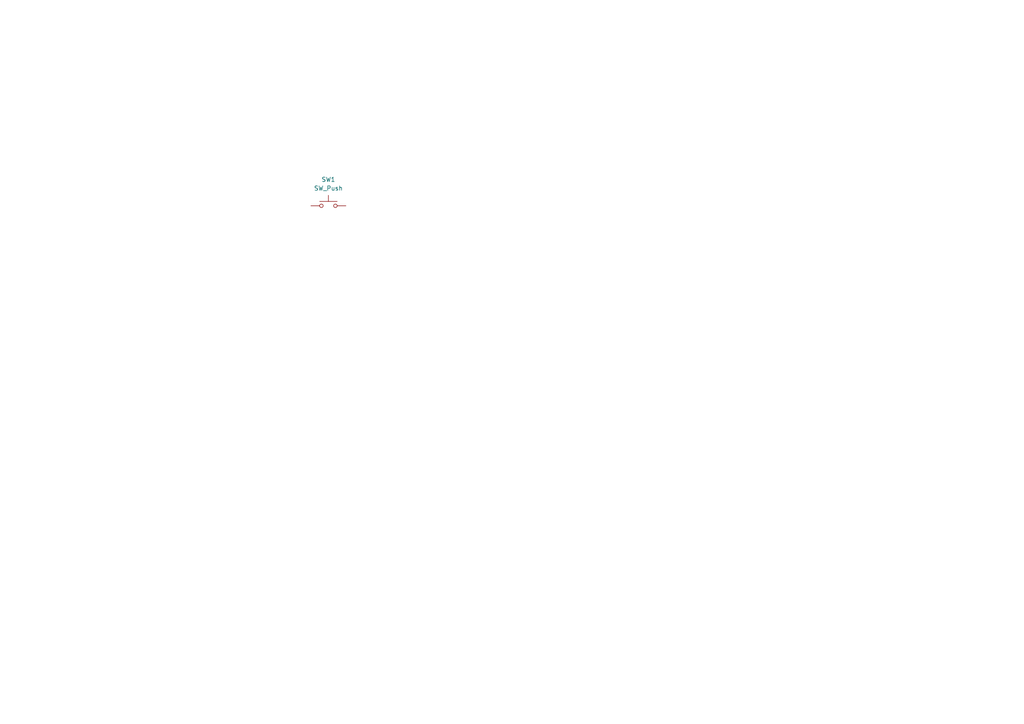
<source format=kicad_sch>
(kicad_sch (version 20231120) (generator "eeschema") (generator_version "8.0")
  (paper "A4")
  (lib_symbols
    (symbol "Switch:SW_Push" (pin_numbers hide) (pin_names (offset 1.016) hide)
      (property "Reference" "SW" (at 1.27 2.54 0))
      (property "Value" "SW_Push" (at 0 -1.524 0))
      (symbol "SW_Push_0_1"
        (circle (center -2.032 0) (radius 0.508))
        (polyline (pts (xy 0 1.27) (xy 0 3.048)))
        (polyline (pts (xy 2.54 1.27) (xy -2.54 1.27)))
        (circle (center 2.032 0) (radius 0.508))
        (pin passive line (at -5.08 0 0) (length 2.54) (name "1") (number "1"))
        (pin passive line (at 5.08 0 180) (length 2.54) (name "2") (number "2"))
      )
    )
  )
  (symbol (lib_id "Switch:SW_Push") (at 95.25 59.69 0) (unit 1)
    (property "Reference" "SW1" (at 95.25 52.07 0))
    (property "Value" "SW_Push" (at 95.25 54.61 0))
    (property "Footprint" "kbd_SW:CherryMX_Solder_1u" (effects (hide yes)))
    (property "Description" "Push button switch, generic, two pins" (effects (hide yes)))
  )
)
</source>
